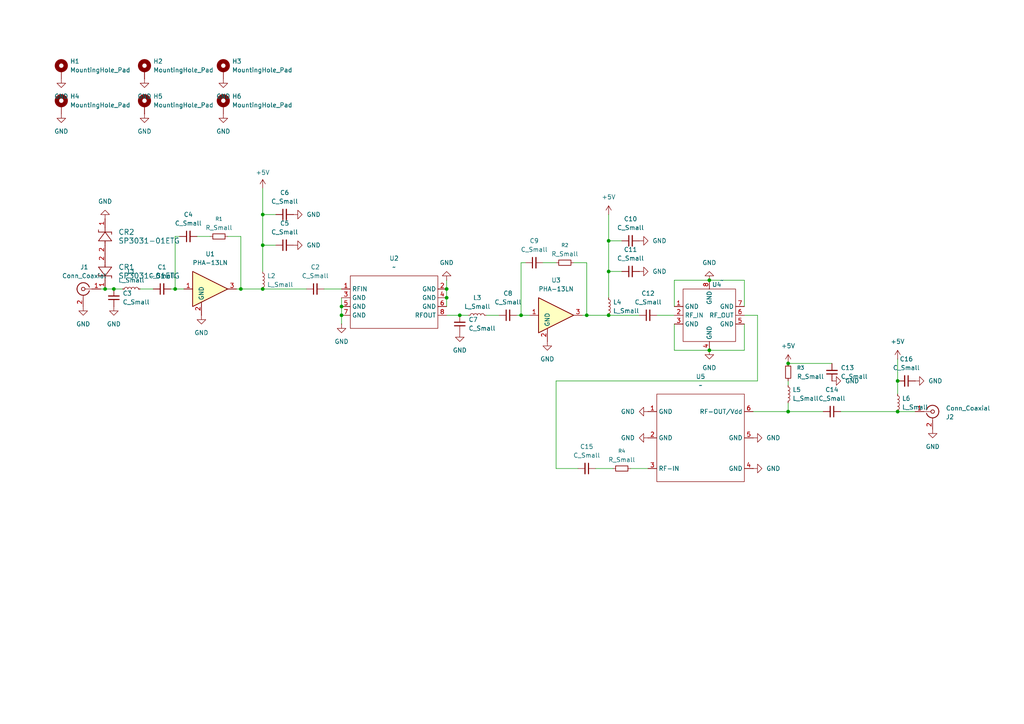
<source format=kicad_sch>
(kicad_sch (version 20250114) (generator "eeschema") (generator_version "9.0")
  (paper "A4")
  (lib_symbols
    (symbol "Connector:Conn_Coaxial" (pin_names (offset 1.016) (hide yes))
      (property "Reference" "J" (at 0.254 3.048 0))
      (property "Value" "Conn_Coaxial" (at 2.921 0 90))
      (symbol "Conn_Coaxial_0_1"
        (polyline (pts (xy -2.54 0) (xy -0.508 0)))
        (arc (start 1.778 0) (mid 0.222 -1.8079) (end -1.778 -0.508) (stroke (width 0.254)))
        (arc (start -1.778 0.508) (mid 0.2221 1.8084) (end 1.778 0) (stroke (width 0.254)))
        (circle (center 0 0) (radius 0.508) (stroke (width 0.2032)))
        (polyline (pts (xy 0 -2.54) (xy 0 -1.778)))
      )
      (symbol "Conn_Coaxial_1_1"
        (pin passive line (at -5.08 0 0) (length 2.54) (name "In") (number "1"))
        (pin passive line (at 0 -5.08 90) (length 2.54) (name "Ext") (number "2"))
      )
    )
    (symbol "Device:C_Small" (pin_numbers (hide yes)) (pin_names (offset 0.254) (hide yes))
      (property "Reference" "C" (at 0.254 1.778 0))
      (property "Value" "C_Small" (at 0.254 -2.032 0))
      (symbol "C_Small_0_1"
        (polyline (pts (xy -1.524 0.508) (xy 1.524 0.508)) (stroke (width 0.3048)))
        (polyline (pts (xy -1.524 -0.508) (xy 1.524 -0.508)) (stroke (width 0.3302)))
      )
      (symbol "C_Small_1_1"
        (pin passive line (at 0 2.54 270) (length 2.032) (name "~") (number "1"))
        (pin passive line (at 0 -2.54 90) (length 2.032) (name "~") (number "2"))
      )
    )
    (symbol "Device:L_Small" (pin_numbers (hide yes)) (pin_names (offset 0.254) (hide yes))
      (property "Reference" "L" (at 0.762 1.016 0))
      (property "Value" "L_Small" (at 0.762 -1.016 0))
      (symbol "L_Small_0_1"
        (arc (start 0 2.032) (mid 0.5058 1.524) (end 0 1.016))
        (arc (start 0 1.016) (mid 0.5058 0.508) (end 0 0))
        (arc (start 0 0) (mid 0.5058 -0.508) (end 0 -1.016))
        (arc (start 0 -1.016) (mid 0.5058 -1.524) (end 0 -2.032))
      )
      (symbol "L_Small_1_1"
        (pin passive line (at 0 2.54 270) (length 0.508) (name "~") (number "1"))
        (pin passive line (at 0 -2.54 90) (length 0.508) (name "~") (number "2"))
      )
    )
    (symbol "Device:R_Small" (pin_numbers (hide yes)) (pin_names (offset 0.254) (hide yes))
      (property "Reference" "R" (at 0 0 90))
      (property "Value" "R_Small" (at 1.778 0 90))
      (symbol "R_Small_0_1"
        (rectangle (start -0.762 1.778) (end 0.762 -1.778) (stroke (width 0.2032)))
      )
      (symbol "R_Small_1_1"
        (pin passive line (at 0 2.54 270) (length 0.762) (name "~") (number "1"))
        (pin passive line (at 0 -2.54 90) (length 0.762) (name "~") (number "2"))
      )
    )
    (symbol "Mechanical:MountingHole_Pad" (pin_numbers (hide yes)) (pin_names (offset 1.016) (hide yes)) (in_bom no)
      (property "Reference" "H" (at 0 6.35 0))
      (property "Value" "MountingHole_Pad" (at 0 4.445 0))
      (symbol "MountingHole_Pad_0_1"
        (circle (center 0 1.27) (radius 1.27) (stroke (width 1.27)))
      )
      (symbol "MountingHole_Pad_1_1"
        (pin input line (at 0 -2.54 90) (length 2.54) (name "1") (number "1"))
      )
    )
    (symbol "RF_Amplifier:PHA-13LN"
      (property "Reference" "U" (at -1.27 7.62 0))
      (property "Value" "PHA-13LN" (at 2.54 5.08 0))
      (symbol "PHA-13LN_0_1"
        (polyline (pts (xy 5.08 0) (xy -5.08 5.08) (xy -5.08 -5.08) (xy 5.08 0)) (stroke (width 0.254)) (fill (type background)))
      )
      (symbol "PHA-13LN_1_1"
        (pin input line (at -7.62 0 0) (length 2.54) (name "~") (number "1"))
        (pin power_in line (at -2.54 -7.62 90) (length 3.81) (name "GND") (number "2"))
        (pin output line (at 7.62 0 180) (length 2.54) (name "~") (number "3"))
      )
    )
    (symbol "SP3031:SP3031-01ETG" (pin_names (offset 0.254))
      (property "Reference" "CR" (at 5.08 4.445 0))
      (property "Value" "SP3031-01ETG" (at 5.08 -3.81 0))
      (symbol "SP3031-01ETG_0_1"
        (polyline (pts (xy 2.54 0) (xy 3.4798 0)) (stroke (width 0.2032)))
        (polyline (pts (xy 3.175 0) (xy 3.81 0)) (stroke (width 0.2032)))
        (polyline (pts (xy 3.81 1.905) (xy 3.81 -1.905)) (stroke (width 0.2032)))
        (polyline (pts (xy 3.81 -1.905) (xy 6.35 0)) (stroke (width 0.2032)))
        (polyline (pts (xy 6.35 1.905) (xy 6.985 1.905)) (stroke (width 0.2032)))
        (polyline (pts (xy 6.35 0) (xy 3.81 1.905)) (stroke (width 0.2032)))
        (polyline (pts (xy 6.35 0) (xy 7.62 0)) (stroke (width 0.2032)))
        (polyline (pts (xy 6.35 -1.905) (xy 5.715 -1.905)) (stroke (width 0.2032)))
        (polyline (pts (xy 6.35 -1.905) (xy 6.35 1.905)) (stroke (width 0.2032)))
        (pin unspecified line (at 0 0 0) (length 2.54) (name "") (number "2"))
        (pin unspecified line (at 10.16 0 180) (length 2.54) (name "") (number "1"))
      )
    )
    (symbol "minicircuits:BSF-108+"
      (property "Reference" "U" (at 0.254 8.89 0))
      (symbol "BSF-108+_0_1"
        (rectangle (start -12.7 7.62) (end 12.7 -7.62))
      )
      (symbol "BSF-108+_1_1"
        (pin input line (at -15.24 3.81 0) (length 2.54) (name "RFIN") (number "1"))
        (pin input line (at -15.24 1.27 0) (length 2.54) (name "GND") (number "3"))
        (pin input line (at -15.24 -1.27 0) (length 2.54) (name "GND") (number "5"))
        (pin input line (at -15.24 -3.81 0) (length 2.54) (name "GND") (number "7"))
        (pin input line (at 15.24 3.81 180) (length 2.54) (name "GND") (number "2"))
        (pin input line (at 15.24 1.27 180) (length 2.54) (name "GND") (number "4"))
        (pin input line (at 15.24 -1.27 180) (length 2.54) (name "GND") (number "6"))
        (pin output line (at 15.24 -3.81 180) (length 2.54) (name "RFOUT") (number "8"))
      )
    )
    (symbol "minicircuits:PSA-8A+"
      (property "Reference" "U" (at -0.254 15.24 0))
      (symbol "PSA-8A+_0_1"
        (rectangle (start -12.7 12.7) (end 12.7 -12.7))
      )
      (symbol "PSA-8A+_1_1"
        (pin input line (at -15.24 7.62 0) (length 2.54) (name "GND") (number "1"))
        (pin input line (at -15.24 0 0) (length 2.54) (name "GND") (number "2"))
        (pin input line (at -15.24 -8.89 0) (length 2.54) (name "RF-IN") (number "3"))
        (pin input line (at 15.24 7.62 180) (length 2.54) (name "RF-OUT/Vdd") (number "6"))
        (pin input line (at 15.24 0 180) (length 2.54) (name "GND") (number "5"))
        (pin input line (at 15.24 -8.89 180) (length 2.54) (name "GND") (number "4"))
      )
    )
    (symbol "minicircuits:RBP263+"
      (property "Reference" "U" (at -5.08 9.906 0))
      (symbol "RBP263+_0_1"
        (rectangle (start -7.62 7.62) (end 7.62 -7.62))
      )
      (symbol "RBP263+_1_1"
        (pin input line (at -10.16 0 0) (length 2.54) (name "GND") (number "8"))
        (pin input line (at -2.54 10.16 270) (length 2.54) (name "GND") (number "7"))
        (pin input line (at -2.54 -10.16 90) (length 2.54) (name "GND") (number "1"))
        (pin input line (at 0 10.16 270) (length 2.54) (name "RF_OUT") (number "6"))
        (pin input line (at 0 -10.16 90) (length 2.54) (name "RF_IN") (number "2"))
        (pin input line (at 2.54 10.16 270) (length 2.54) (name "GND") (number "5"))
        (pin input line (at 2.54 -10.16 90) (length 2.54) (name "GND") (number "3"))
        (pin input line (at 10.16 0 180) (length 2.54) (name "GND") (number "4"))
      )
    )
    (symbol "power:+5V" (power) (pin_numbers (hide yes)) (pin_names (offset 0) (hide yes))
      (property "Value" "+5V" (at 0 3.556 0))
      (symbol "+5V_0_1"
        (polyline (pts (xy -0.762 1.27) (xy 0 2.54)))
        (polyline (pts (xy 0 2.54) (xy 0.762 1.27)))
        (polyline (pts (xy 0 0) (xy 0 2.54)))
      )
      (symbol "+5V_1_1"
        (pin power_in line (at 0 0 90) (length 0) (name "~") (number "1"))
      )
    )
    (symbol "power:GND" (power) (pin_numbers (hide yes)) (pin_names (offset 0) (hide yes))
      (property "Value" "GND" (at 0 -3.81 0))
      (symbol "GND_0_1"
        (polyline (pts (xy 0 0) (xy 0 -1.27) (xy 1.27 -1.27) (xy 0 -2.54) (xy -1.27 -1.27) (xy 0 -1.27)))
      )
      (symbol "GND_1_1"
        (pin power_in line (at 0 0 270) (length 0) (name "~") (number "1"))
      )
    )
  )
  (junction (at 30.48 83.82))
  (junction (at 260.35 110.49))
  (junction (at 260.35 119.38))
  (junction (at 33.02 83.82))
  (junction (at 76.2 62.23))
  (junction (at 176.53 78.74))
  (junction (at 176.53 69.85))
  (junction (at 228.6 119.38))
  (junction (at 176.53 91.44))
  (junction (at 129.54 83.82))
  (junction (at 170.18 91.44))
  (junction (at 76.2 71.12))
  (junction (at 99.06 91.44))
  (junction (at 50.8 83.82))
  (junction (at 69.85 83.82))
  (junction (at 133.35 91.44))
  (junction (at 151.13 91.44))
  (junction (at 205.74 101.6))
  (junction (at 228.6 105.41))
  (junction (at 76.2 83.82))
  (junction (at 99.06 88.9))
  (junction (at 205.74 81.28))
  (junction (at 129.54 86.36))
  (wire (pts (xy 29.21 83.82) (xy 30.48 83.82)))
  (wire (pts (xy 195.58 93.98) (xy 195.58 101.6)))
  (wire (pts (xy 49.53 83.82) (xy 50.8 83.82)))
  (wire (pts (xy 182.88 135.89) (xy 187.96 135.89)))
  (wire (pts (xy 129.54 81.28) (xy 129.54 83.82)))
  (wire (pts (xy 176.53 69.85) (xy 176.53 78.74)))
  (wire (pts (xy 69.85 83.82) (xy 76.2 83.82)))
  (wire (pts (xy 168.91 91.44) (xy 170.18 91.44)))
  (wire (pts (xy 195.58 101.6) (xy 205.74 101.6)))
  (wire (pts (xy 76.2 62.23) (xy 76.2 71.12)))
  (wire (pts (xy 52.07 68.58) (xy 50.8 68.58)))
  (wire (pts (xy 40.64 83.82) (xy 44.45 83.82)))
  (wire (pts (xy 215.9 88.9) (xy 215.9 81.28)))
  (wire (pts (xy 50.8 68.58) (xy 50.8 83.82)))
  (wire (pts (xy 260.35 119.38) (xy 265.43 119.38)))
  (wire (pts (xy 161.29 110.49) (xy 161.29 135.89)))
  (wire (pts (xy 260.35 110.49) (xy 260.35 114.3)))
  (wire (pts (xy 215.9 93.98) (xy 215.9 101.6)))
  (wire (pts (xy 161.29 135.89) (xy 167.64 135.89)))
  (wire (pts (xy 228.6 110.49) (xy 228.6 111.76)))
  (wire (pts (xy 99.06 88.9) (xy 99.06 91.44)))
  (wire (pts (xy 149.86 91.44) (xy 151.13 91.44)))
  (wire (pts (xy 76.2 54.61) (xy 76.2 62.23)))
  (wire (pts (xy 140.97 91.44) (xy 144.78 91.44)))
  (wire (pts (xy 157.48 76.2) (xy 161.29 76.2)))
  (wire (pts (xy 133.35 91.44) (xy 135.89 91.44)))
  (wire (pts (xy 176.53 78.74) (xy 176.53 86.36)))
  (wire (pts (xy 215.9 81.28) (xy 205.74 81.28)))
  (wire (pts (xy 219.71 110.49) (xy 161.29 110.49)))
  (wire (pts (xy 176.53 62.23) (xy 176.53 69.85)))
  (wire (pts (xy 176.53 91.44) (xy 185.42 91.44)))
  (wire (pts (xy 76.2 62.23) (xy 80.01 62.23)))
  (wire (pts (xy 69.85 68.58) (xy 69.85 83.82)))
  (wire (pts (xy 195.58 81.28) (xy 205.74 81.28)))
  (wire (pts (xy 99.06 86.36) (xy 99.06 88.9)))
  (wire (pts (xy 170.18 76.2) (xy 170.18 91.44)))
  (wire (pts (xy 66.04 68.58) (xy 69.85 68.58)))
  (wire (pts (xy 93.98 83.82) (xy 99.06 83.82)))
  (wire (pts (xy 228.6 116.84) (xy 228.6 119.38)))
  (wire (pts (xy 33.02 83.82) (xy 35.56 83.82)))
  (wire (pts (xy 151.13 91.44) (xy 153.67 91.44)))
  (wire (pts (xy 176.53 69.85) (xy 180.34 69.85)))
  (wire (pts (xy 260.35 104.14) (xy 260.35 110.49)))
  (wire (pts (xy 68.58 83.82) (xy 69.85 83.82)))
  (wire (pts (xy 129.54 91.44) (xy 133.35 91.44)))
  (wire (pts (xy 215.9 101.6) (xy 205.74 101.6)))
  (wire (pts (xy 228.6 105.41) (xy 241.3 105.41)))
  (wire (pts (xy 99.06 91.44) (xy 99.06 93.98)))
  (wire (pts (xy 195.58 88.9) (xy 195.58 81.28)))
  (wire (pts (xy 219.71 91.44) (xy 219.71 110.49)))
  (wire (pts (xy 172.72 135.89) (xy 177.8 135.89)))
  (wire (pts (xy 190.5 91.44) (xy 195.58 91.44)))
  (wire (pts (xy 228.6 119.38) (xy 238.76 119.38)))
  (wire (pts (xy 152.4 76.2) (xy 151.13 76.2)))
  (wire (pts (xy 76.2 83.82) (xy 88.9 83.82)))
  (wire (pts (xy 129.54 86.36) (xy 129.54 88.9)))
  (wire (pts (xy 30.48 83.82) (xy 33.02 83.82)))
  (wire (pts (xy 170.18 91.44) (xy 176.53 91.44)))
  (wire (pts (xy 50.8 83.82) (xy 53.34 83.82)))
  (wire (pts (xy 57.15 68.58) (xy 60.96 68.58)))
  (wire (pts (xy 76.2 71.12) (xy 76.2 78.74)))
  (wire (pts (xy 218.44 119.38) (xy 228.6 119.38)))
  (wire (pts (xy 243.84 119.38) (xy 260.35 119.38)))
  (wire (pts (xy 176.53 78.74) (xy 180.34 78.74)))
  (wire (pts (xy 166.37 76.2) (xy 170.18 76.2)))
  (wire (pts (xy 215.9 91.44) (xy 219.71 91.44)))
  (wire (pts (xy 151.13 76.2) (xy 151.13 91.44)))
  (wire (pts (xy 129.54 83.82) (xy 129.54 86.36)))
  (wire (pts (xy 76.2 71.12) (xy 80.01 71.12)))
  (symbol (lib_id "power:GND") (at 17.78 33.02 0) (unit 1)
    (property "Reference" "#PWR02" (effects (hide yes)))
    (property "Value" "GND" (at 17.78 38.1 0))
    (property "Description" "Power symbol creates a global label with name \"GND\" , ground" (effects (hide yes)))
  )
  (symbol (lib_id "Device:L_Small") (at 138.43 91.44 90) (unit 1)
    (property "Reference" "L3" (at 138.43 86.36 90))
    (property "Value" "L_Small" (at 138.43 88.9 90))
    (property "Footprint" "Inductor_SMD:L_0805_2012Metric" (effects (hide yes)))
    (property "Description" "Inductor, small symbol" (effects (hide yes)))
  )
  (symbol (lib_id "Device:C_Small") (at 262.89 110.49 270) (unit 1)
    (property "Reference" "C16" (at 262.8836 104.14 90))
    (property "Value" "C_Small" (at 262.8836 106.68 90))
    (property "Footprint" "Capacitor_SMD:C_0805_2012Metric" (effects (hide yes)))
    (property "Description" "Unpolarized capacitor, small symbol" (effects (hide yes)))
  )
  (symbol (lib_id "power:GND") (at 85.09 62.23 90) (unit 1)
    (property "Reference" "#PWR09" (effects (hide yes)))
    (property "Value" "GND" (at 88.9 62.2299 90) (effects (justify right)))
    (property "Description" "Power symbol creates a global label with name \"GND\" , ground" (effects (hide yes)))
  )
  (symbol (lib_id "Device:L_Small") (at 176.53 88.9 0) (unit 1)
    (property "Reference" "L4" (at 177.8 87.6299 0) (effects (justify left)))
    (property "Value" "L_Small" (at 177.8 90.1699 0) (effects (justify left)))
    (property "Footprint" "Inductor_SMD:L_1210_3225Metric" (effects (hide yes)))
    (property "Description" "Inductor, small symbol" (effects (hide yes)))
  )
  (symbol (lib_id "power:GND") (at 187.96 119.38 270) (unit 1)
    (property "Reference" "#PWR025" (effects (hide yes)))
    (property "Value" "GND" (at 184.15 119.3799 90) (effects (justify right)))
    (property "Description" "Power symbol creates a global label with name \"GND\" , ground" (effects (hide yes)))
  )
  (symbol (lib_id "power:GND") (at 241.3 110.49 90) (unit 1)
    (property "Reference" "#PWR020" (effects (hide yes)))
    (property "Value" "GND" (at 245.11 110.4899 90) (effects (justify right)))
    (property "Description" "Power symbol creates a global label with name \"GND\" , ground" (effects (hide yes)))
  )
  (symbol (lib_id "Device:C_Small") (at 170.18 135.89 270) (unit 1)
    (property "Reference" "C15" (at 170.1736 129.54 90))
    (property "Value" "C_Small" (at 170.1736 132.08 90))
    (property "Footprint" "Capacitor_SMD:C_0805_2012Metric" (effects (hide yes)))
    (property "Description" "Unpolarized capacitor, small symbol" (effects (hide yes)))
  )
  (symbol (lib_id "Device:C_Small") (at 133.35 93.98 180) (unit 1)
    (property "Reference" "C7" (at 135.89 92.7035 0) (effects (justify right)))
    (property "Value" "C_Small" (at 135.89 95.2435 0) (effects (justify right)))
    (property "Footprint" "Capacitor_SMD:C_0805_2012Metric" (effects (hide yes)))
    (property "Description" "Unpolarized capacitor, small symbol" (effects (hide yes)))
  )
  (symbol (lib_id "Device:C_Small") (at 82.55 62.23 90) (unit 1)
    (property "Reference" "C6" (at 82.5563 55.88 90))
    (property "Value" "C_Small" (at 82.5563 58.42 90))
    (property "Footprint" "Capacitor_SMD:C_0805_2012Metric" (effects (hide yes)))
    (property "Description" "Unpolarized capacitor, small symbol" (effects (hide yes)))
  )
  (symbol (lib_id "power:GND") (at 270.51 124.46 0) (unit 1)
    (property "Reference" "#PWR029" (effects (hide yes)))
    (property "Value" "GND" (at 270.51 129.54 0))
    (property "Description" "Power symbol creates a global label with name \"GND\" , ground" (effects (hide yes)))
  )
  (symbol (lib_id "Mechanical:MountingHole_Pad") (at 64.77 30.48 0) (unit 1) (in_bom no)
    (property "Reference" "H6" (at 67.31 27.9399 0) (effects (justify left)))
    (property "Value" "MountingHole_Pad" (at 67.31 30.4799 0) (effects (justify left)))
    (property "Footprint" "MountingHole:MountingHole_3.2mm_M3_DIN965_Pad" (effects (hide yes)))
    (property "Description" "Mounting Hole with connection" (effects (hide yes)))
  )
  (symbol (lib_id "minicircuits:BSF-108+") (at 114.3 87.63 0) (unit 1)
    (property "Reference" "U2" (at 114.3 74.93 0))
    (property "Value" "~" (at 114.3 77.47 0))
    (property "Footprint" "RF_Mini-Circuits:Mini-Circuits_HF1139_LandPatternPL-230" (effects (hide yes)))
  )
  (symbol (lib_id "power:GND") (at 33.02 88.9 0) (unit 1)
    (property "Reference" "#PWR012" (effects (hide yes)))
    (property "Value" "GND" (at 33.02 93.98 0))
    (property "Description" "Power symbol creates a global label with name \"GND\" , ground" (effects (hide yes)))
  )
  (symbol (lib_id "Mechanical:MountingHole_Pad") (at 17.78 20.32 0) (unit 1) (in_bom no)
    (property "Reference" "H1" (at 20.32 17.7799 0) (effects (justify left)))
    (property "Value" "MountingHole_Pad" (at 20.32 20.3199 0) (effects (justify left)))
    (property "Footprint" "MountingHole:MountingHole_3.2mm_M3_DIN965_Pad" (effects (hide yes)))
    (property "Description" "Mounting Hole with connection" (effects (hide yes)))
  )
  (symbol (lib_id "power:GND") (at 58.42 91.44 0) (unit 1)
    (property "Reference" "#PWR08" (effects (hide yes)))
    (property "Value" "GND" (at 58.42 96.52 0))
    (property "Description" "Power symbol creates a global label with name \"GND\" , ground" (effects (hide yes)))
  )
  (symbol (lib_id "Device:C_Small") (at 82.55 71.12 90) (unit 1)
    (property "Reference" "C5" (at 82.5563 64.77 90))
    (property "Value" "C_Small" (at 82.5563 67.31 90))
    (property "Footprint" "Capacitor_SMD:C_0603_1608Metric" (effects (hide yes)))
    (property "Description" "Unpolarized capacitor, small symbol" (effects (hide yes)))
  )
  (symbol (lib_id "Connector:Conn_Coaxial") (at 270.51 119.38 0) (unit 1)
    (property "Reference" "J2" (at 274.32 120.9433 0) (effects (justify left)))
    (property "Value" "Conn_Coaxial" (at 274.32 118.4033 0) (effects (justify left)))
    (property "Footprint" "Connector_Coaxial:SMA_Amphenol_132289_EdgeMount" (effects (hide yes)))
    (property "Description" "coaxial connector (BNC, SMA, SMB, SMC, Cinch/RCA, LEMO, ...)" (effects (hide yes)))
  )
  (symbol (lib_id "power:GND") (at 30.48 63.5 180) (unit 1)
    (property "Reference" "#PWR031" (effects (hide yes)))
    (property "Value" "GND" (at 30.48 58.42 0))
    (property "Description" "Power symbol creates a global label with name \"GND\" , ground" (effects (hide yes)))
  )
  (symbol (lib_id "power:GND") (at 133.35 96.52 0) (unit 1)
    (property "Reference" "#PWR013" (effects (hide yes)))
    (property "Value" "GND" (at 133.35 101.6 0))
    (property "Description" "Power symbol creates a global label with name \"GND\" , ground" (effects (hide yes)))
  )
  (symbol (lib_id "power:GND") (at 205.74 81.28 180) (unit 1)
    (property "Reference" "#PWR030" (effects (hide yes)))
    (property "Value" "GND" (at 205.74 76.2 0))
    (property "Description" "Power symbol creates a global label with name \"GND\" , ground" (effects (hide yes)))
  )
  (symbol (lib_id "Device:C_Small") (at 154.94 76.2 90) (unit 1)
    (property "Reference" "C9" (at 154.9463 69.85 90))
    (property "Value" "C_Small" (at 154.9463 72.39 90))
    (property "Footprint" "Capacitor_SMD:C_0603_1608Metric" (effects (hide yes)))
    (property "Description" "Unpolarized capacitor, small symbol" (effects (hide yes)))
  )
  (symbol (lib_id "Mechanical:MountingHole_Pad") (at 41.91 30.48 0) (unit 1) (in_bom no)
    (property "Reference" "H5" (at 44.45 27.9399 0) (effects (justify left)))
    (property "Value" "MountingHole_Pad" (at 44.45 30.4799 0) (effects (justify left)))
    (property "Footprint" "MountingHole:MountingHole_3.2mm_M3_DIN965_Pad" (effects (hide yes)))
    (property "Description" "Mounting Hole with connection" (effects (hide yes)))
  )
  (symbol (lib_id "Device:C_Small") (at 241.3 107.95 180) (unit 1)
    (property "Reference" "C13" (at 243.84 106.6735 0) (effects (justify right)))
    (property "Value" "C_Small" (at 243.84 109.2135 0) (effects (justify right)))
    (property "Footprint" "Capacitor_SMD:C_0603_1608Metric" (effects (hide yes)))
    (property "Description" "Unpolarized capacitor, small symbol" (effects (hide yes)))
  )
  (symbol (lib_id "Device:C_Small") (at 187.96 91.44 90) (unit 1)
    (property "Reference" "C12" (at 187.9663 85.09 90))
    (property "Value" "C_Small" (at 187.9663 87.63 90))
    (property "Footprint" "Capacitor_SMD:C_0805_2012Metric" (effects (hide yes)))
    (property "Description" "Unpolarized capacitor, small symbol" (effects (hide yes)))
  )
  (symbol (lib_id "power:GND") (at 158.75 99.06 0) (unit 1)
    (property "Reference" "#PWR014" (effects (hide yes)))
    (property "Value" "GND" (at 158.75 104.14 0))
    (property "Description" "Power symbol creates a global label with name \"GND\" , ground" (effects (hide yes)))
  )
  (symbol (lib_id "Device:C_Small") (at 182.88 69.85 90) (unit 1)
    (property "Reference" "C10" (at 182.8863 63.5 90))
    (property "Value" "C_Small" (at 182.8863 66.04 90))
    (property "Footprint" "Capacitor_SMD:C_0805_2012Metric" (effects (hide yes)))
    (property "Description" "Unpolarized capacitor, small symbol" (effects (hide yes)))
  )
  (symbol (lib_id "Device:L_Small") (at 260.35 116.84 0) (unit 1)
    (property "Reference" "L6" (at 261.62 115.5699 0) (effects (justify left)))
    (property "Value" "L_Small" (at 261.62 118.1099 0) (effects (justify left)))
    (property "Footprint" "Inductor_SMD:L_1210_3225Metric" (effects (hide yes)))
    (property "Description" "Inductor, small symbol" (effects (hide yes)))
  )
  (symbol (lib_id "Device:R_Small") (at 63.5 68.58 90) (unit 1)
    (property "Reference" "R1" (at 63.5 63.5 90) (effects (font (size 1.016 1.016))))
    (property "Value" "R_Small" (at 63.5 66.04 90))
    (property "Footprint" "Resistor_SMD:R_0805_2012Metric" (effects (hide yes)))
    (property "Description" "Resistor, small symbol" (effects (hide yes)))
  )
  (symbol (lib_id "Device:L_Small") (at 38.1 83.82 90) (unit 1)
    (property "Reference" "L1" (at 38.1 78.74 90))
    (property "Value" "L_Small" (at 38.1 81.28 90))
    (property "Footprint" "Inductor_SMD:L_0805_2012Metric" (effects (hide yes)))
    (property "Description" "Inductor, small symbol" (effects (hide yes)))
  )
  (symbol (lib_id "power:GND") (at 265.43 110.49 90) (unit 1)
    (property "Reference" "#PWR023" (effects (hide yes)))
    (property "Value" "GND" (at 269.24 110.4899 90) (effects (justify right)))
    (property "Description" "Power symbol creates a global label with name \"GND\" , ground" (effects (hide yes)))
  )
  (symbol (lib_id "power:GND") (at 64.77 22.86 0) (unit 1)
    (property "Reference" "#PWR05" (effects (hide yes)))
    (property "Value" "GND" (at 64.77 27.94 0))
    (property "Description" "Power symbol creates a global label with name \"GND\" , ground" (effects (hide yes)))
  )
  (symbol (lib_id "Device:C_Small") (at 46.99 83.82 90) (unit 1)
    (property "Reference" "C1" (at 46.9963 77.47 90))
    (property "Value" "C_Small" (at 46.9963 80.01 90))
    (property "Footprint" "Capacitor_SMD:C_0603_1608Metric" (effects (hide yes)))
    (property "Description" "Unpolarized capacitor, small symbol" (effects (hide yes)))
  )
  (symbol (lib_id "Device:C_Small") (at 33.02 86.36 180) (unit 1)
    (property "Reference" "C3" (at 35.56 85.0835 0) (effects (justify right)))
    (property "Value" "C_Small" (at 35.56 87.6235 0) (effects (justify right)))
    (property "Footprint" "Capacitor_SMD:C_0805_2012Metric" (effects (hide yes)))
    (property "Description" "Unpolarized capacitor, small symbol" (effects (hide yes)))
  )
  (symbol (lib_id "power:GND") (at 205.74 101.6 0) (unit 1)
    (property "Reference" "#PWR022" (effects (hide yes)))
    (property "Value" "GND" (at 205.74 106.68 0))
    (property "Description" "Power symbol creates a global label with name \"GND\" , ground" (effects (hide yes)))
  )
  (symbol (lib_id "Device:C_Small") (at 54.61 68.58 90) (unit 1)
    (property "Reference" "C4" (at 54.6163 62.23 90))
    (property "Value" "C_Small" (at 54.6163 64.77 90))
    (property "Footprint" "Capacitor_SMD:C_0603_1608Metric" (effects (hide yes)))
    (property "Description" "Unpolarized capacitor, small symbol" (effects (hide yes)))
  )
  (symbol (lib_id "power:+5V") (at 260.35 104.14 0) (unit 1)
    (property "Reference" "#PWR024" (effects (hide yes)))
    (property "Value" "+5V" (at 260.35 99.06 0))
    (property "Description" "Power symbol creates a global label with name \"+5V\"" (effects (hide yes)))
  )
  (symbol (lib_id "Device:C_Small") (at 241.3 119.38 270) (unit 1)
    (property "Reference" "C14" (at 241.2936 113.03 90))
    (property "Value" "C_Small" (at 241.2936 115.57 90))
    (property "Footprint" "Capacitor_SMD:C_0805_2012Metric" (effects (hide yes)))
    (property "Description" "Unpolarized capacitor, small symbol" (effects (hide yes)))
  )
  (symbol (lib_id "power:GND") (at 64.77 33.02 0) (unit 1)
    (property "Reference" "#PWR06" (effects (hide yes)))
    (property "Value" "GND" (at 64.77 38.1 0))
    (property "Description" "Power symbol creates a global label with name \"GND\" , ground" (effects (hide yes)))
  )
  (symbol (lib_id "SP3031:SP3031-01ETG") (at 30.48 73.66 270) (unit 1)
    (property "Reference" "CR1" (at 34.29 77.4699 90) (effects (font (size 1.524 1.524)) (justify left)))
    (property "Value" "SP3031-01ETG" (at 34.29 80.0099 90) (effects (font (size 1.524 1.524)) (justify left)))
    (property "Footprint" "SOD882_LTF" (effects (hide yes)))
    (property "Datasheet" "SP3031-01ETG" (effects (hide yes)))
  )
  (symbol (lib_id "power:GND") (at 187.96 127 270) (unit 1)
    (property "Reference" "#PWR026" (effects (hide yes)))
    (property "Value" "GND" (at 184.15 126.9999 90) (effects (justify right)))
    (property "Description" "Power symbol creates a global label with name \"GND\" , ground" (effects (hide yes)))
  )
  (symbol (lib_id "Device:C_Small") (at 147.32 91.44 90) (unit 1)
    (property "Reference" "C8" (at 147.3263 85.09 90))
    (property "Value" "C_Small" (at 147.3263 87.63 90))
    (property "Footprint" "Capacitor_SMD:C_0805_2012Metric" (effects (hide yes)))
    (property "Description" "Unpolarized capacitor, small symbol" (effects (hide yes)))
  )
  (symbol (lib_id "minicircuits:RBP263+") (at 205.74 91.44 270) (unit 1)
    (property "Reference" "U4" (at 206.502 82.55 90) (effects (justify left)))
    (property "Value" "~" (at 208.8581 81.28 90) (effects (justify left)))
    (property "Footprint" "RF_Mini-Circuits:Mini-Circuits_GP731_LandPatternPL-176" (effects (hide yes)))
  )
  (symbol (lib_id "power:GND") (at 41.91 33.02 0) (unit 1)
    (property "Reference" "#PWR03" (effects (hide yes)))
    (property "Value" "GND" (at 41.91 38.1 0))
    (property "Description" "Power symbol creates a global label with name \"GND\" , ground" (effects (hide yes)))
  )
  (symbol (lib_id "Device:R_Small") (at 228.6 107.95 180) (unit 1)
    (property "Reference" "R3" (at 231.14 106.6799 0) (effects (font (size 1.016 1.016)) (justify right)))
    (property "Value" "R_Small" (at 231.14 109.2199 0) (effects (justify right)))
    (property "Footprint" "Resistor_SMD:R_0805_2012Metric" (effects (hide yes)))
    (property "Description" "Resistor, small symbol" (effects (hide yes)))
  )
  (symbol (lib_id "Device:C_Small") (at 91.44 83.82 90) (unit 1)
    (property "Reference" "C2" (at 91.4463 77.47 90))
    (property "Value" "C_Small" (at 91.4463 80.01 90))
    (property "Footprint" "Capacitor_SMD:C_0805_2012Metric" (effects (hide yes)))
    (property "Description" "Unpolarized capacitor, small symbol" (effects (hide yes)))
  )
  (symbol (lib_id "power:GND") (at 185.42 69.85 90) (unit 1)
    (property "Reference" "#PWR016" (effects (hide yes)))
    (property "Value" "GND" (at 189.23 69.8499 90) (effects (justify right)))
    (property "Description" "Power symbol creates a global label with name \"GND\" , ground" (effects (hide yes)))
  )
  (symbol (lib_id "Device:R_Small") (at 180.34 135.89 270) (unit 1)
    (property "Reference" "R4" (at 180.34 130.81 90) (effects (font (size 1.016 1.016))))
    (property "Value" "R_Small" (at 180.34 133.35 90))
    (property "Footprint" "Resistor_SMD:R_0805_2012Metric" (effects (hide yes)))
    (property "Description" "Resistor, small symbol" (effects (hide yes)))
  )
  (symbol (lib_id "Device:L_Small") (at 228.6 114.3 0) (unit 1)
    (property "Reference" "L5" (at 229.87 113.0299 0) (effects (justify left)))
    (property "Value" "L_Small" (at 229.87 115.5699 0) (effects (justify left)))
    (property "Footprint" "Inductor_SMD:L_1210_3225Metric" (effects (hide yes)))
    (property "Description" "Inductor, small symbol" (effects (hide yes)))
  )
  (symbol (lib_id "power:GND") (at 85.09 71.12 90) (unit 1)
    (property "Reference" "#PWR010" (effects (hide yes)))
    (property "Value" "GND" (at 88.9 71.1199 90) (effects (justify right)))
    (property "Description" "Power symbol creates a global label with name \"GND\" , ground" (effects (hide yes)))
  )
  (symbol (lib_id "power:GND") (at 129.54 81.28 180) (unit 1)
    (property "Reference" "#PWR019" (effects (hide yes)))
    (property "Value" "GND" (at 129.54 76.2 0))
    (property "Description" "Power symbol creates a global label with name \"GND\" , ground" (effects (hide yes)))
  )
  (symbol (lib_id "power:GND") (at 218.44 135.89 90) (unit 1)
    (property "Reference" "#PWR028" (effects (hide yes)))
    (property "Value" "GND" (at 222.25 135.8899 90) (effects (justify right)))
    (property "Description" "Power symbol creates a global label with name \"GND\" , ground" (effects (hide yes)))
  )
  (symbol (lib_id "power:GND") (at 185.42 78.74 90) (unit 1)
    (property "Reference" "#PWR017" (effects (hide yes)))
    (property "Value" "GND" (at 189.23 78.7399 90) (effects (justify right)))
    (property "Description" "Power symbol creates a global label with name \"GND\" , ground" (effects (hide yes)))
  )
  (symbol (lib_id "minicircuits:PSA-8A+") (at 203.2 127 0) (unit 1)
    (property "Reference" "U5" (at 203.2 109.22 0))
    (property "Value" "~" (at 203.2 111.76 0))
    (property "Footprint" "Package_TO_SOT_SMD:SOT-363_SC-70-6_Handsoldering" (effects (hide yes)))
  )
  (symbol (lib_id "power:GND") (at 24.13 88.9 0) (unit 1)
    (property "Reference" "#PWR07" (effects (hide yes)))
    (property "Value" "GND" (at 24.13 93.98 0))
    (property "Description" "Power symbol creates a global label with name \"GND\" , ground" (effects (hide yes)))
  )
  (symbol (lib_id "Device:R_Small") (at 163.83 76.2 90) (unit 1)
    (property "Reference" "R2" (at 163.83 71.12 90) (effects (font (size 1.016 1.016))))
    (property "Value" "R_Small" (at 163.83 73.66 90))
    (property "Footprint" "Resistor_SMD:R_0805_2012Metric" (effects (hide yes)))
    (property "Description" "Resistor, small symbol" (effects (hide yes)))
  )
  (symbol (lib_id "power:+5V") (at 176.53 62.23 0) (unit 1)
    (property "Reference" "#PWR015" (effects (hide yes)))
    (property "Value" "+5V" (at 176.53 57.15 0))
    (property "Description" "Power symbol creates a global label with name \"+5V\"" (effects (hide yes)))
  )
  (symbol (lib_id "Device:C_Small") (at 182.88 78.74 90) (unit 1)
    (property "Reference" "C11" (at 182.8863 72.39 90))
    (property "Value" "C_Small" (at 182.8863 74.93 90))
    (property "Footprint" "Capacitor_SMD:C_0603_1608Metric" (effects (hide yes)))
    (property "Description" "Unpolarized capacitor, small symbol" (effects (hide yes)))
  )
  (symbol (lib_id "SP3031:SP3031-01ETG") (at 30.48 73.66 90) (unit 1)
    (property "Reference" "CR2" (at 34.29 67.3099 90) (effects (font (size 1.524 1.524)) (justify right)))
    (property "Value" "SP3031-01ETG" (at 34.29 69.8499 90) (effects (font (size 1.524 1.524)) (justify right)))
    (property "Footprint" "SOD882_LTF" (effects (hide yes)))
    (property "Datasheet" "SP3031-01ETG" (effects (hide yes)))
  )
  (symbol (lib_id "power:GND") (at 17.78 22.86 0) (unit 1)
    (property "Reference" "#PWR01" (effects (hide yes)))
    (property "Value" "GND" (at 17.78 27.94 0))
    (property "Description" "Power symbol creates a global label with name \"GND\" , ground" (effects (hide yes)))
  )
  (symbol (lib_id "Connector:Conn_Coaxial") (at 24.13 83.82 0) (mirror y) (unit 1)
    (property "Reference" "J1" (at 24.4474 77.47 0))
    (property "Value" "Conn_Coaxial" (at 24.4474 80.01 0))
    (property "Footprint" "Connector_Coaxial:SMA_Amphenol_132289_EdgeMount" (effects (hide yes)))
    (property "Description" "coaxial connector (BNC, SMA, SMB, SMC, Cinch/RCA, LEMO, ...)" (effects (hide yes)))
  )
  (symbol (lib_id "RF_Amplifier:PHA-13LN") (at 161.29 91.44 0) (unit 1)
    (property "Reference" "U3" (at 161.29 81.28 0))
    (property "Value" "PHA-13LN" (at 161.29 83.82 0))
    (property "Footprint" "Package_TO_SOT_SMD:SOT-89-3" (effects (hide yes)))
    (property "Datasheet" "https://www.minicircuits.com/pdfs/PHA-13LN+.pdf" (effects (hide yes)))
    (property "Description" "1-1000MHz +22.4dB Low Noise Amplifier, SOT-89" (effects (hide yes)))
  )
  (symbol (lib_id "power:GND") (at 218.44 127 90) (unit 1)
    (property "Reference" "#PWR027" (effects (hide yes)))
    (property "Value" "GND" (at 222.25 126.9999 90) (effects (justify right)))
    (property "Description" "Power symbol creates a global label with name \"GND\" , ground" (effects (hide yes)))
  )
  (symbol (lib_id "Mechanical:MountingHole_Pad") (at 64.77 20.32 0) (unit 1) (in_bom no)
    (property "Reference" "H3" (at 67.31 17.7799 0) (effects (justify left)))
    (property "Value" "MountingHole_Pad" (at 67.31 20.3199 0) (effects (justify left)))
    (property "Footprint" "MountingHole:MountingHole_3.2mm_M3_DIN965_Pad" (effects (hide yes)))
    (property "Description" "Mounting Hole with connection" (effects (hide yes)))
  )
  (symbol (lib_id "Mechanical:MountingHole_Pad") (at 17.78 30.48 0) (unit 1) (in_bom no)
    (property "Reference" "H4" (at 20.32 27.9399 0) (effects (justify left)))
    (property "Value" "MountingHole_Pad" (at 20.32 30.4799 0) (effects (justify left)))
    (property "Footprint" "MountingHole:MountingHole_3.2mm_M3_DIN965_Pad" (effects (hide yes)))
    (property "Description" "Mounting Hole with connection" (effects (hide yes)))
  )
  (symbol (lib_id "RF_Amplifier:PHA-13LN") (at 60.96 83.82 0) (unit 1)
    (property "Reference" "U1" (at 60.96 73.66 0))
    (property "Value" "PHA-13LN" (at 60.96 76.2 0))
    (property "Footprint" "Package_TO_SOT_SMD:SOT-89-3" (effects (hide yes)))
    (property "Datasheet" "https://www.minicircuits.com/pdfs/PHA-13LN+.pdf" (effects (hide yes)))
    (property "Description" "1-1000MHz +22.4dB Low Noise Amplifier, SOT-89" (effects (hide yes)))
  )
  (symbol (lib_id "Device:L_Small") (at 76.2 81.28 0) (unit 1)
    (property "Reference" "L2" (at 77.47 80.0099 0) (effects (justify left)))
    (property "Value" "L_Small" (at 77.47 82.5499 0) (effects (justify left)))
    (property "Footprint" "Inductor_SMD:L_1210_3225Metric" (effects (hide yes)))
    (property "Description" "Inductor, small symbol" (effects (hide yes)))
  )
  (symbol (lib_id "power:GND") (at 41.91 22.86 0) (unit 1)
    (property "Reference" "#PWR04" (effects (hide yes)))
    (property "Value" "GND" (at 41.91 27.94 0))
    (property "Description" "Power symbol creates a global label with name \"GND\" , ground" (effects (hide yes)))
  )
  (symbol (lib_id "power:GND") (at 99.06 93.98 0) (unit 1)
    (property "Reference" "#PWR018" (effects (hide yes)))
    (property "Value" "GND" (at 99.06 99.06 0))
    (property "Description" "Power symbol creates a global label with name \"GND\" , ground" (effects (hide yes)))
  )
  (symbol (lib_id "power:+5V") (at 76.2 54.61 0) (unit 1)
    (property "Reference" "#PWR011" (effects (hide yes)))
    (property "Value" "+5V" (at 76.2 50.038 0))
    (property "Description" "Power symbol creates a global label with name \"+5V\"" (effects (hide yes)))
  )
  (symbol (lib_id "Mechanical:MountingHole_Pad") (at 41.91 20.32 0) (unit 1) (in_bom no)
    (property "Reference" "H2" (at 44.45 17.7799 0) (effects (justify left)))
    (property "Value" "MountingHole_Pad" (at 44.45 20.3199 0) (effects (justify left)))
    (property "Footprint" "MountingHole:MountingHole_3.2mm_M3_DIN965_Pad" (effects (hide yes)))
    (property "Description" "Mounting Hole with connection" (effects (hide yes)))
  )
  (symbol (lib_id "power:+5V") (at 228.6 105.41 0) (unit 1)
    (property "Reference" "#PWR021" (effects (hide yes)))
    (property "Value" "+5V" (at 228.6 100.33 0))
    (property "Description" "Power symbol creates a global label with name \"+5V\"" (effects (hide yes)))
  )
)
</source>
